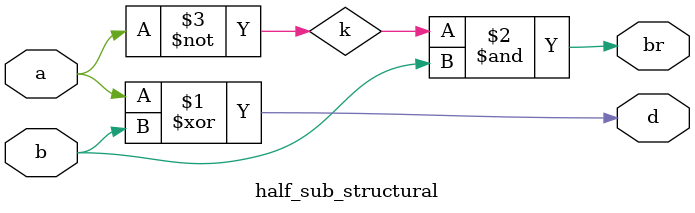
<source format=v>

module half_sub_structural(a,b,d,br);
input a,b;
output  d,br;
wire k;
xor x1(d,a,b);
not n1(k,a);
and a1(br,k,b);
endmodule


</source>
